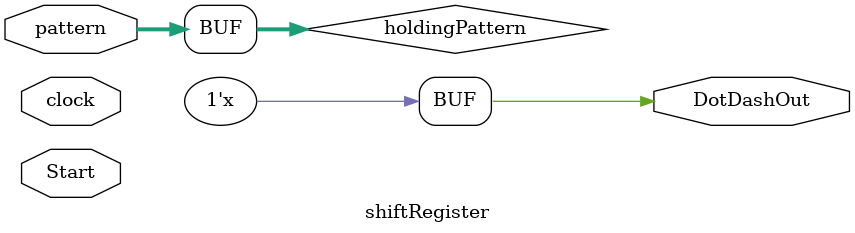
<source format=v>
module morseEncoder(ClockIn, Resetn, Start, Letter, DotDashOut);
	input ClockIn, Resetn, Start;
	input [4:0]Letter;
	output DotDashOut;

	wire ClockOut;
	wire [13:0] pattern;

	rateDivider timer(ClockIn, Resetn, ClockOut);
	findPattern letterReader(Letter, Start, pattern);

	shiftRegister outputter(pattern, ClockOut, Start, DotDashOut); 
endmodule

module rateDivider(ClockIn, Resetn, ClockOut);
	input ClockIn, Resetn;
	output ClockOut;

	reg[7:0] counter;
	reg[7:0] d = 8'b11111001;
	wire parLoad;

	always@(posedge ClockIn, negedge Resetn)
	begin
		if(Resetn == 1'b0)
			counter <= 0;
		else if(parLoad == 1'b1)
			counter <= d;
		else if(parLoad == 1'b0)
			counter <= counter - 1;
	end
	
	assign ClockOut = (counter == 8'b0)? 1'b1:1'b0;
	assign parLoad = ClockOut;

endmodule

module findPattern(Letter, Start, pattern);
	input [4:0]Letter;
	input Start;
	output reg [13:0]pattern;
	always@(Start) begin
		case(Letter)
			5'b00000: pattern <= 14'b10111000000000;  //A = .-
			5'b00001: pattern <= 14'b11101010100000; //B = - . . .
			5'b00010: pattern <= 14'b11101011101000; //C = -.-.
			5'b00011: pattern <= 14'b11101010000000; //D = -..
			5'b00100: pattern <= 14'b10000000000000; //E = .
			5'b00101: pattern <= 14'b10101110100000; //F = ..-.
			5'b00110: pattern <= 14'b11101110100000; //G = --.
			5'b00111: pattern <= 14'b10101010000000; //H = ....
            5'b01000: pattern <= 14'b10100000000000;//I = ..
            5'b01001: pattern <= 14'b10111011101110; //J = .---
            5'b01010: pattern <= 14'b11101011100000; //K = -.-
            5'b01011: pattern <= 14'b10111010100000; //L = .-..
            5'b01100: pattern <= 14'b11101110000000; //M = --
            5'b01101: pattern <= 14'b11101000000000; //N = -.
            5'b01110: pattern <= 14'b11101110111000; //O = ---
            5'b01111: pattern <= 14'b10111011101000; //P = .--.
            5'b10000: pattern <= 14'b11101110101110; //Q = --.-
            5'b10001: pattern <= 14'b10111010000000; //R = .-.
            5'b10010: pattern <= 14'b10101000000000; //S = ...
            5'b10011: pattern <= 14'b11100000000000; //T = -
            5'b10100: pattern <= 14'b10101110000000; //U = ..-
            5'b10101: pattern <= 14'b10101011100000; //V = ...-
            5'b10110: pattern <= 14'b10111011100000; //W = .--
            5'b10111: pattern <= 14'b11101010111000; //X = -..-
            5'b11000: pattern <= 14'b11101011101110; //Y = -.--
            5'b11001: pattern <= 14'b11101110101000; //Z = --..
	endcase
	end
endmodule

module shiftRegister(pattern, clock, Start, DotDashOut);
	input [13:0]pattern;
	input clock, Start;
	output reg DotDashOut;
	reg [13:0]holdingPattern;

	always@(Start)begin
		holdingPattern <= pattern;
		DotDashOut <= holdingPattern[13];
	end
	
	always@(posedge clock)
	begin
		DotDashOut = holdingPattern[13];
		holdingPattern = holdingPattern << 1;
		holdingPattern[0] = DotDashOut;
	end

endmodule

</source>
